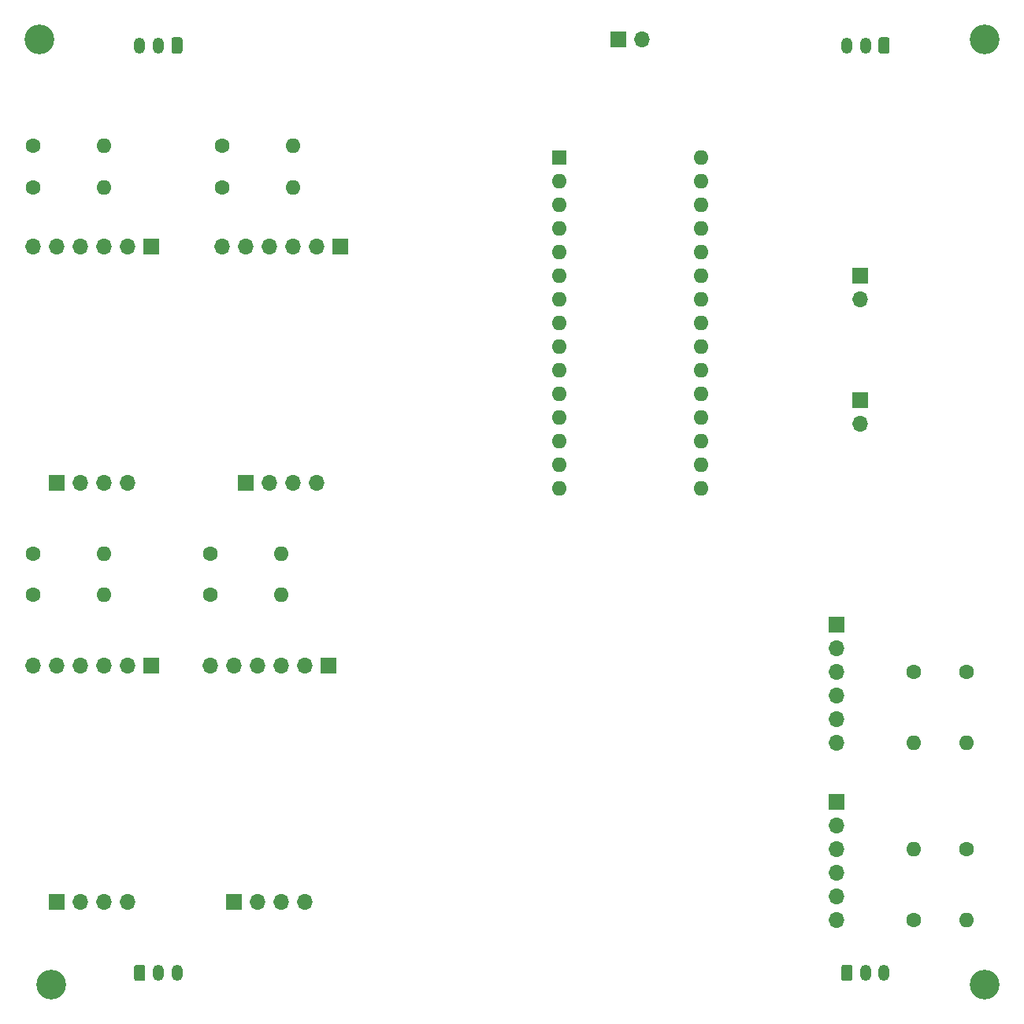
<source format=gbs>
G04 #@! TF.GenerationSoftware,KiCad,Pcbnew,(5.1.9)-1*
G04 #@! TF.CreationDate,2022-02-19T11:53:10-06:00*
G04 #@! TF.ProjectId,V2_load_cell,56325f6c-6f61-4645-9f63-656c6c2e6b69,rev?*
G04 #@! TF.SameCoordinates,Original*
G04 #@! TF.FileFunction,Soldermask,Bot*
G04 #@! TF.FilePolarity,Negative*
%FSLAX46Y46*%
G04 Gerber Fmt 4.6, Leading zero omitted, Abs format (unit mm)*
G04 Created by KiCad (PCBNEW (5.1.9)-1) date 2022-02-19 11:53:10*
%MOMM*%
%LPD*%
G01*
G04 APERTURE LIST*
%ADD10O,1.200000X1.750000*%
%ADD11O,1.700000X1.700000*%
%ADD12R,1.700000X1.700000*%
%ADD13O,1.600000X1.600000*%
%ADD14R,1.600000X1.600000*%
%ADD15C,3.200000*%
%ADD16C,1.600000*%
G04 APERTURE END LIST*
D10*
X105855000Y-19685000D03*
X107855000Y-19685000D03*
G36*
G01*
X110455000Y-19059999D02*
X110455000Y-20310001D01*
G75*
G02*
X110205001Y-20560000I-249999J0D01*
G01*
X109504999Y-20560000D01*
G75*
G02*
X109255000Y-20310001I0J249999D01*
G01*
X109255000Y-19059999D01*
G75*
G02*
X109504999Y-18810000I249999J0D01*
G01*
X110205001Y-18810000D01*
G75*
G02*
X110455000Y-19059999I0J-249999D01*
G01*
G37*
X29845000Y-19685000D03*
X31845000Y-19685000D03*
G36*
G01*
X34445000Y-19059999D02*
X34445000Y-20310001D01*
G75*
G02*
X34195001Y-20560000I-249999J0D01*
G01*
X33494999Y-20560000D01*
G75*
G02*
X33245000Y-20310001I0J249999D01*
G01*
X33245000Y-19059999D01*
G75*
G02*
X33494999Y-18810000I249999J0D01*
G01*
X34195001Y-18810000D01*
G75*
G02*
X34445000Y-19059999I0J-249999D01*
G01*
G37*
G36*
G01*
X105255000Y-120005001D02*
X105255000Y-118754999D01*
G75*
G02*
X105504999Y-118505000I249999J0D01*
G01*
X106205001Y-118505000D01*
G75*
G02*
X106455000Y-118754999I0J-249999D01*
G01*
X106455000Y-120005001D01*
G75*
G02*
X106205001Y-120255000I-249999J0D01*
G01*
X105504999Y-120255000D01*
G75*
G02*
X105255000Y-120005001I0J249999D01*
G01*
G37*
X107855000Y-119380000D03*
X109855000Y-119380000D03*
X33845000Y-119380000D03*
X31845000Y-119380000D03*
G36*
G01*
X29245000Y-120005001D02*
X29245000Y-118754999D01*
G75*
G02*
X29494999Y-118505000I249999J0D01*
G01*
X30195001Y-118505000D01*
G75*
G02*
X30445000Y-118754999I0J-249999D01*
G01*
X30445000Y-120005001D01*
G75*
G02*
X30195001Y-120255000I-249999J0D01*
G01*
X29494999Y-120255000D01*
G75*
G02*
X29245000Y-120005001I0J249999D01*
G01*
G37*
D11*
X107315000Y-46990000D03*
D12*
X107315000Y-44450000D03*
D11*
X107315000Y-60325000D03*
D12*
X107315000Y-57785000D03*
D13*
X90170000Y-67310000D03*
X74930000Y-67310000D03*
X90170000Y-31750000D03*
X74930000Y-64770000D03*
X90170000Y-34290000D03*
X74930000Y-62230000D03*
X90170000Y-36830000D03*
X74930000Y-59690000D03*
X90170000Y-39370000D03*
X74930000Y-57150000D03*
X90170000Y-41910000D03*
X74930000Y-54610000D03*
X90170000Y-44450000D03*
X74930000Y-52070000D03*
X90170000Y-46990000D03*
X74930000Y-49530000D03*
X90170000Y-49530000D03*
X74930000Y-46990000D03*
X90170000Y-52070000D03*
X74930000Y-44450000D03*
X90170000Y-54610000D03*
X74930000Y-41910000D03*
X90170000Y-57150000D03*
X74930000Y-39370000D03*
X90170000Y-59690000D03*
X74930000Y-36830000D03*
X90170000Y-62230000D03*
X74930000Y-34290000D03*
X90170000Y-64770000D03*
D14*
X74930000Y-31750000D03*
D15*
X120650000Y-120650000D03*
X20320000Y-120650000D03*
X120650000Y-19050000D03*
X19050000Y-19050000D03*
D12*
X50165000Y-86360000D03*
D11*
X47625000Y-86360000D03*
X45085000Y-86360000D03*
X42545000Y-86360000D03*
X40005000Y-86360000D03*
X37465000Y-86360000D03*
D16*
X113030000Y-113665000D03*
D13*
X113030000Y-106045000D03*
D16*
X113030000Y-86995000D03*
D13*
X113030000Y-94615000D03*
D16*
X118745000Y-106045000D03*
D13*
X118745000Y-113665000D03*
D16*
X118745000Y-86995000D03*
D13*
X118745000Y-94615000D03*
D12*
X81280000Y-19050000D03*
D11*
X83820000Y-19050000D03*
X104775000Y-94615000D03*
X104775000Y-92075000D03*
X104775000Y-89535000D03*
X104775000Y-86995000D03*
X104775000Y-84455000D03*
D12*
X104775000Y-81915000D03*
X104775000Y-100965000D03*
D11*
X104775000Y-103505000D03*
X104775000Y-106045000D03*
X104775000Y-108585000D03*
X104775000Y-111125000D03*
X104775000Y-113665000D03*
X18415000Y-41275000D03*
X20955000Y-41275000D03*
X23495000Y-41275000D03*
X26035000Y-41275000D03*
X28575000Y-41275000D03*
D12*
X31115000Y-41275000D03*
D11*
X28575000Y-66675000D03*
X26035000Y-66675000D03*
X23495000Y-66675000D03*
D12*
X20955000Y-66675000D03*
X51435000Y-41275000D03*
D11*
X48895000Y-41275000D03*
X46355000Y-41275000D03*
X43815000Y-41275000D03*
X41275000Y-41275000D03*
X38735000Y-41275000D03*
D12*
X41275000Y-66675000D03*
D11*
X43815000Y-66675000D03*
X46355000Y-66675000D03*
X48895000Y-66675000D03*
X18415000Y-86360000D03*
X20955000Y-86360000D03*
X23495000Y-86360000D03*
X26035000Y-86360000D03*
X28575000Y-86360000D03*
D12*
X31115000Y-86360000D03*
X20955000Y-111760000D03*
D11*
X23495000Y-111760000D03*
X26035000Y-111760000D03*
X28575000Y-111760000D03*
X47625000Y-111760000D03*
X45085000Y-111760000D03*
X42545000Y-111760000D03*
D12*
X40005000Y-111760000D03*
D16*
X18415000Y-34925000D03*
D13*
X26035000Y-34925000D03*
X26035000Y-30480000D03*
D16*
X18415000Y-30480000D03*
D13*
X46355000Y-34925000D03*
D16*
X38735000Y-34925000D03*
X38735000Y-30480000D03*
D13*
X46355000Y-30480000D03*
D16*
X18415000Y-78740000D03*
D13*
X26035000Y-78740000D03*
X26035000Y-74295000D03*
D16*
X18415000Y-74295000D03*
D13*
X45085000Y-78740000D03*
D16*
X37465000Y-78740000D03*
X37465000Y-74295000D03*
D13*
X45085000Y-74295000D03*
M02*

</source>
